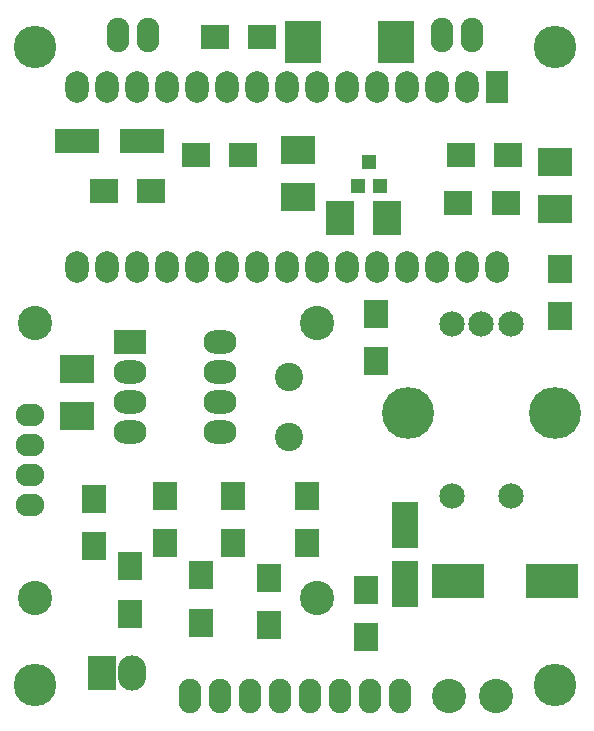
<source format=gbr>
G04 #@! TF.FileFunction,Soldermask,Top*
%FSLAX46Y46*%
G04 Gerber Fmt 4.6, Leading zero omitted, Abs format (unit mm)*
G04 Created by KiCad (PCBNEW 4.0.4-stable) date 09/01/17 08:26:27*
%MOMM*%
%LPD*%
G01*
G04 APERTURE LIST*
%ADD10C,0.100000*%
%ADD11R,1.974800X2.686000*%
%ADD12O,1.974800X2.686000*%
%ADD13O,2.400000X1.924000*%
%ADD14C,2.900000*%
%ADD15C,2.400000*%
%ADD16R,2.800000X2.000000*%
%ADD17O,2.800000X2.000000*%
%ADD18O,1.920000X2.920000*%
%ADD19R,2.100000X2.400000*%
%ADD20C,3.600000*%
%ADD21C,2.899360*%
%ADD22R,2.900000X2.400000*%
%ADD23R,2.200000X3.900000*%
%ADD24R,3.700000X2.100000*%
%ADD25R,2.400000X2.900000*%
%ADD26C,2.150000*%
%ADD27O,4.400000X4.400000*%
%ADD28R,4.400000X2.900000*%
%ADD29R,1.200000X1.300000*%
%ADD30R,2.400000X3.000000*%
%ADD31O,2.400000X3.000000*%
%ADD32R,3.100000X3.600000*%
%ADD33R,2.400000X2.100000*%
G04 APERTURE END LIST*
D10*
D11*
X112050000Y-76380000D03*
D12*
X109510000Y-76380000D03*
X106970000Y-76380000D03*
X104430000Y-76380000D03*
X101890000Y-76380000D03*
X99350000Y-76380000D03*
X96810000Y-76380000D03*
X94270000Y-76380000D03*
X91730000Y-76380000D03*
X89190000Y-76380000D03*
X86650000Y-76380000D03*
X84110000Y-76380000D03*
X81570000Y-76380000D03*
X79030000Y-76380000D03*
X76490000Y-76380000D03*
X76490000Y-91620000D03*
X79030000Y-91620000D03*
X81570000Y-91620000D03*
X84110000Y-91620000D03*
X86650000Y-91620000D03*
X89190000Y-91620000D03*
X91730000Y-91620000D03*
X94270000Y-91620000D03*
X96810000Y-91620000D03*
X99350000Y-91620000D03*
X101890000Y-91620000D03*
X104430000Y-91620000D03*
X106970000Y-91620000D03*
X109510000Y-91620000D03*
X112050000Y-91620000D03*
D13*
X72500000Y-111810000D03*
X72500000Y-109270000D03*
X72500000Y-106730000D03*
X72500000Y-104190000D03*
D14*
X96800000Y-119650000D03*
X73000000Y-119650000D03*
X73000000Y-96350000D03*
X96800000Y-96350000D03*
D15*
X94500000Y-101000000D03*
X94500000Y-106000000D03*
D16*
X81000000Y-98000000D03*
D17*
X88620000Y-105620000D03*
X81000000Y-100540000D03*
X88620000Y-103080000D03*
X81000000Y-103080000D03*
X88620000Y-100540000D03*
X81000000Y-105620000D03*
X88620000Y-98000000D03*
D18*
X80000000Y-72000000D03*
X82540000Y-72000000D03*
X110000000Y-72000000D03*
X107460000Y-72000000D03*
D19*
X78000000Y-115250000D03*
X78000000Y-111250000D03*
X81000000Y-121000000D03*
X81000000Y-117000000D03*
X84000000Y-115000000D03*
X84000000Y-111000000D03*
X87000000Y-121750000D03*
X87000000Y-117750000D03*
X89750000Y-115000000D03*
X89750000Y-111000000D03*
X92750000Y-122000000D03*
X92750000Y-118000000D03*
X96000000Y-115000000D03*
X96000000Y-111000000D03*
X101000000Y-123000000D03*
X101000000Y-119000000D03*
D20*
X73000000Y-73000000D03*
X117000000Y-73000000D03*
X73000000Y-127000000D03*
X117000000Y-127000000D03*
D21*
X112000000Y-128000000D03*
X108000000Y-128000000D03*
D18*
X86100000Y-128000000D03*
X88640000Y-128000000D03*
X91180000Y-128000000D03*
X93720000Y-128000000D03*
X96260000Y-128000000D03*
X98800000Y-128000000D03*
X101340000Y-128000000D03*
X103880000Y-128000000D03*
D22*
X76500000Y-100250000D03*
X76500000Y-104250000D03*
D23*
X104250000Y-113500000D03*
X104250000Y-118500000D03*
D24*
X76500000Y-81000000D03*
X82000000Y-81000000D03*
D22*
X117000000Y-86750000D03*
X117000000Y-82750000D03*
D25*
X102750000Y-87500000D03*
X98750000Y-87500000D03*
D26*
X113250000Y-96500000D03*
X108250000Y-96500000D03*
X110750000Y-96500000D03*
X108250000Y-111000000D03*
X113250000Y-111000000D03*
D27*
X104550000Y-104000000D03*
X116950000Y-104000000D03*
D28*
X108750000Y-118250000D03*
X116750000Y-118250000D03*
D22*
X95250000Y-85750000D03*
X95250000Y-81750000D03*
D29*
X100300000Y-84750000D03*
X102200000Y-84750000D03*
X101250000Y-82750000D03*
D30*
X78600000Y-126000000D03*
D31*
X81140000Y-126000000D03*
D32*
X103550000Y-72600000D03*
X95650000Y-72600000D03*
D33*
X92200000Y-72200000D03*
X88200000Y-72200000D03*
X86600000Y-82200000D03*
X90600000Y-82200000D03*
X82800000Y-85200000D03*
X78800000Y-85200000D03*
X109000000Y-82200000D03*
X113000000Y-82200000D03*
X108800000Y-86200000D03*
X112800000Y-86200000D03*
D19*
X101800000Y-95600000D03*
X101800000Y-99600000D03*
X117400000Y-95800000D03*
X117400000Y-91800000D03*
M02*

</source>
